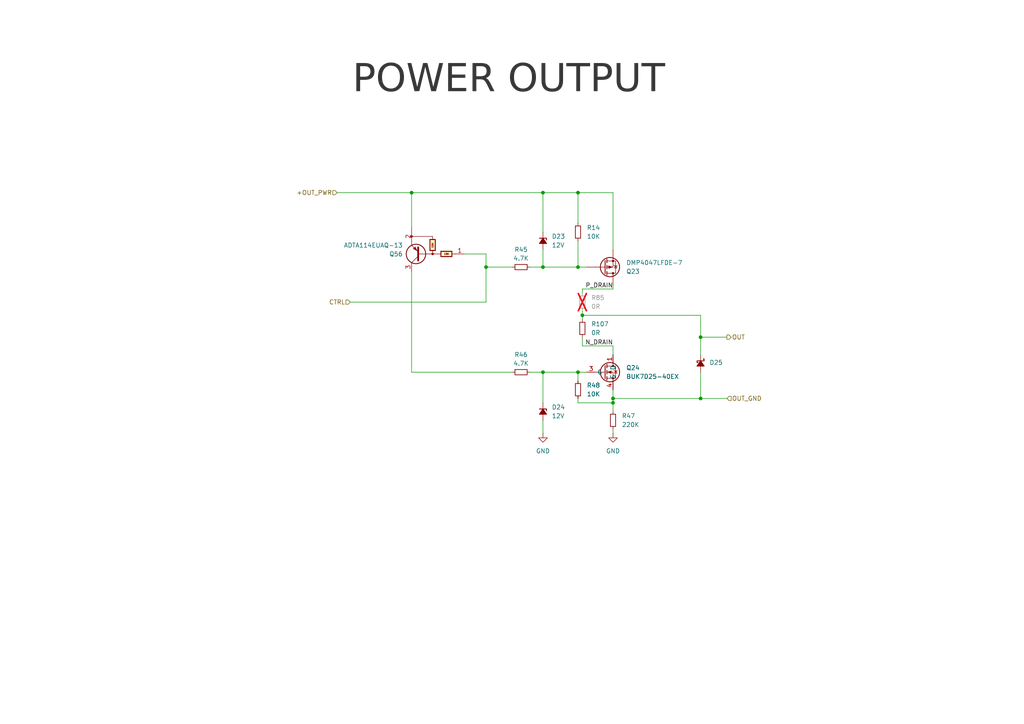
<source format=kicad_sch>
(kicad_sch (version 20250114) (generator "eeschema") (generator_version "9.0")
  (paper "A4")
  (title_block (title "Control Unit 2") (date "2024-12-09") (rev "1") (comment 1 "POWER OUTPUT"))
  (lib_symbols
    (symbol "Device:D_Schottky_Small_Filled" (pin_numbers (hide yes)) (pin_names (offset 0.254) (hide yes))
      (property "Reference" "D" (at -1.27 2.032 0))
      (property "Value" "D_Schottky_Small_Filled" (at -7.112 -2.032 0))
      (symbol "D_Schottky_Small_Filled_0_1"
        (polyline (pts (xy -1.27 0.762) (xy -1.27 1.016) (xy -0.762 1.016) (xy -0.762 -1.016) (xy -0.254 -1.016) (xy -0.254 -0.762)) (stroke (width 0.254)))
        (polyline (pts (xy -0.762 0) (xy 0.762 0)))
        (polyline (pts (xy 0.762 -1.016) (xy -0.762 0) (xy 0.762 1.016) (xy 0.762 -1.016)) (stroke (width 0.254)) (fill (type outline)))
      )
      (symbol "D_Schottky_Small_Filled_1_1"
        (pin passive line (at -2.54 0 0) (length 1.778) (name "K") (number "1"))
        (pin passive line (at 2.54 0 180) (length 1.778) (name "A") (number "2"))
      )
    )
    (symbol "Device:D_Zener_Small_Filled" (pin_numbers (hide yes)) (pin_names (offset 0.254) (hide yes))
      (property "Reference" "D" (at 0 2.286 0))
      (property "Value" "D_Zener_Small_Filled" (at 0 -2.286 0))
      (symbol "D_Zener_Small_Filled_0_1"
        (polyline (pts (xy -0.254 1.016) (xy -0.762 1.016) (xy -0.762 -1.016)) (stroke (width 0.254)))
        (polyline (pts (xy 0.762 1.016) (xy -0.762 0) (xy 0.762 -1.016) (xy 0.762 1.016)) (stroke (width 0.254)) (fill (type outline)))
        (polyline (pts (xy 0.762 0) (xy -0.762 0)))
      )
      (symbol "D_Zener_Small_Filled_1_1"
        (pin passive line (at -2.54 0 0) (length 1.778) (name "K") (number "1"))
        (pin passive line (at 2.54 0 180) (length 1.778) (name "A") (number "2"))
      )
    )
    (symbol "Device:R_Small" (pin_numbers (hide yes)) (pin_names (offset 0.254) (hide yes))
      (property "Reference" "R" (at 0.762 0.508 0))
      (property "Value" "R_Small" (at 0.762 -1.016 0))
      (symbol "R_Small_0_1"
        (rectangle (start -0.762 1.778) (end 0.762 -1.778) (stroke (width 0.2032)))
      )
      (symbol "R_Small_1_1"
        (pin passive line (at 0 2.54 270) (length 0.762) (name "~") (number "1"))
        (pin passive line (at 0 -2.54 90) (length 0.762) (name "~") (number "2"))
      )
    )
    (symbol "My_Libraries:ADTA114EUAQ-13"
      (property "Reference" "Q" (at 0 0 0))
      (property "Value" "ADTA114EUAQ-13" (at 0 0 0))
      (symbol "ADTA114EUAQ-13_0_0"
        (circle (center -6.096 0) (radius 0.2736) (stroke (width 0.1524)) (fill (type outline)))
        (circle (center 0 -5.08) (radius 0.2736) (stroke (width 0.1524)) (fill (type outline)))
        (text "10K" (at -10.16 0 0) (effects (font (size 0.508 0.508))))
      )
      (symbol "ADTA114EUAQ-13_0_1"
        (polyline (pts (xy -12.7 0) (xy -11.684 0)) (stroke (width 0.1524)))
        (rectangle (start -11.684 -0.762) (end -8.509 0.762) (stroke (width 0.3048)) (fill (type background)))
        (polyline (pts (xy -8.382 0) (xy -8.128 0) (xy -2.032 0)) (stroke (width 0.1524)))
        (rectangle (start -6.858 -1.016) (end -5.334 -4.191) (stroke (width 0.3048)) (fill (type background)))
        (polyline (pts (xy -6.096 -1.016) (xy -6.096 0)) (stroke (width 0.1524)))
        (polyline (pts (xy -6.096 -4.318) (xy -6.096 -5.08) (xy 0 -5.08)) (stroke (width 0.1524)))
        (polyline (pts (xy -1.905 1.905) (xy -1.905 -1.905) (xy -1.905 -1.905)) (stroke (width 0.508)))
        (polyline (pts (xy -1.905 0.635) (xy 0 2.54)))
        (polyline (pts (xy -1.905 -0.635) (xy 0 -2.54) (xy 0 -2.54)))
        (circle (center -1.27 0) (radius 2.8194) (stroke (width 0.254)))
        (polyline (pts (xy -0.508 -1.524) (xy -1.016 -2.032) (xy -1.524 -1.016) (xy -0.508 -1.524) (xy -0.508 -1.524)) (fill (type outline)))
      )
      (symbol "ADTA114EUAQ-13_1_1"
        (text "10K" (at -6.096 -2.54 900) (effects (font (size 0.508 0.508))))
        (pin passive line (at -15.24 0 0) (length 2.54) (name "") (number "1"))
        (pin passive line (at 0 5.08 270) (length 2.54) (name "") (number "3"))
        (pin passive line (at 0 -7.62 90) (length 5.08) (name "") (number "2"))
      )
    )
    (symbol "My_Libraries:BUK7D25-40EX"
      (property "Reference" "Q" (at 0 -7.62 0))
      (property "Value" "BUK7D25-40EX" (at 0 -12.7 0))
      (symbol "BUK7D25-40EX_0_1"
        (polyline (pts (xy -2.54 0) (xy -5.334 0)))
        (polyline (pts (xy -2.286 1.905) (xy -2.286 -1.905)) (stroke (width 0.254)))
        (polyline (pts (xy -1.778 2.286) (xy -1.778 1.27)) (stroke (width 0.254)))
        (polyline (pts (xy -1.778 0.508) (xy -1.778 -0.508)) (stroke (width 0.254)))
        (polyline (pts (xy -1.778 -1.27) (xy -1.778 -2.286)) (stroke (width 0.254)))
        (polyline (pts (xy -1.778 -1.778) (xy 0.762 -1.778) (xy 0.762 1.778) (xy -1.778 1.778)))
        (polyline (pts (xy -1.524 0) (xy -0.508 0.381) (xy -0.508 -0.381) (xy -1.524 0)) (fill (type outline)))
        (circle (center -0.889 0) (radius 2.794) (stroke (width 0.254)))
        (polyline (pts (xy 0 2.54) (xy 0 1.778)))
        (circle (center 0 1.778) (radius 0.254) (fill (type outline)))
        (circle (center 0 -1.778) (radius 0.254) (fill (type outline)))
        (polyline (pts (xy 0 -2.54) (xy 0 0) (xy -1.778 0)))
        (polyline (pts (xy 0.254 0.508) (xy 0.381 0.381) (xy 1.143 0.381) (xy 1.27 0.254)))
        (polyline (pts (xy 0.762 0.381) (xy 0.381 -0.254) (xy 1.143 -0.254) (xy 0.762 0.381)))
      )
      (symbol "BUK7D25-40EX_1_1"
        (pin passive line (at -7.62 0 0) (length 2.54) (name "G") (number "3"))
        (pin input line (at 0 5.08 270) (length 2.54) (name "D") (number "1"))
        (pin input line (at 0 5.08 270) (length 2.54) (hide yes) (name "D") (number "2"))
        (pin input line (at 0 5.08 270) (length 2.54) (hide yes) (name "D") (number "5"))
        (pin input line (at 0 5.08 270) (length 2.54) (hide yes) (name "D") (number "6"))
        (pin input line (at 0 5.08 270) (length 2.54) (hide yes) (name "D") (number "7"))
        (pin passive line (at 0 -5.08 90) (length 2.54) (name "S") (number "4"))
        (pin input line (at 0 -5.08 90) (length 2.54) (hide yes) (name "S") (number "8"))
      )
    )
    (symbol "My_Libraries:DMP4047LFDE-7" (pin_numbers (hide yes)) (pin_names (hide yes))
      (property "Reference" "Q" (at -12.7 10.16 0))
      (property "Value" "DMP4047LFDE-7" (at -12.7 10.16 0))
      (symbol "DMP4047LFDE-7_0_1"
        (polyline (pts (xy -2.286 1.905) (xy -2.286 -1.905)) (stroke (width 0.254)))
        (polyline (pts (xy -2.286 0) (xy -5.08 0)))
        (polyline (pts (xy -1.778 2.286) (xy -1.778 1.27)) (stroke (width 0.254)))
        (polyline (pts (xy -1.778 1.778) (xy 0.762 1.778) (xy 0.762 -1.778) (xy -1.778 -1.778)))
        (polyline (pts (xy -1.778 0.508) (xy -1.778 -0.508)) (stroke (width 0.254)))
        (polyline (pts (xy -1.778 -1.27) (xy -1.778 -2.286)) (stroke (width 0.254)))
        (circle (center -0.889 0) (radius 2.794) (stroke (width 0.254)))
        (polyline (pts (xy -0.254 0) (xy -1.27 0.381) (xy -1.27 -0.381) (xy -0.254 0)) (fill (type outline)))
        (polyline (pts (xy 0 2.54) (xy 0 1.778)))
        (circle (center 0 1.778) (radius 0.254) (fill (type outline)))
        (circle (center 0 -1.778) (radius 0.254) (fill (type outline)))
        (polyline (pts (xy 0 -2.54) (xy 0 0) (xy -1.778 0)))
        (polyline (pts (xy 0.254 -0.508) (xy 0.381 -0.381) (xy 1.143 -0.381) (xy 1.27 -0.254)))
        (polyline (pts (xy 0.762 -0.381) (xy 0.381 0.254) (xy 1.143 0.254) (xy 0.762 -0.381)))
      )
      (symbol "DMP4047LFDE-7_1_1"
        (pin input line (at -7.62 0 0) (length 2.54) (name "G") (number "2"))
        (pin passive line (at 0 5.08 270) (length 2.54) (name "D") (number "1"))
        (pin passive line (at 0 -5.08 90) (length 2.54) (name "S") (number "3"))
      )
    )
    (symbol "power:GND" (power) (pin_numbers (hide yes)) (pin_names (offset 0) (hide yes))
      (property "Value" "GND" (at 0 -3.81 0))
      (symbol "GND_0_1"
        (polyline (pts (xy 0 0) (xy 0 -1.27) (xy 1.27 -1.27) (xy 0 -2.54) (xy -1.27 -1.27) (xy 0 -1.27)))
      )
      (symbol "GND_1_1"
        (pin power_in line (at 0 0 270) (length 0) (name "~") (number "1"))
      )
    )
  )
  (text "POWER OUTPUT" (at 147.574 25.4 0) (effects (font (size 8 8) (thickness 0.4))))
  (junction (at 168.91 91.44))
  (junction (at 167.64 77.47))
  (junction (at 157.48 55.88))
  (junction (at 203.2 97.79))
  (junction (at 119.38 55.88))
  (junction (at 167.64 55.88))
  (junction (at 203.2 115.57))
  (junction (at 177.8 116.84))
  (junction (at 157.48 77.47))
  (junction (at 157.48 107.95))
  (junction (at 167.64 107.95))
  (junction (at 140.97 77.47))
  (junction (at 177.8 115.57))
  (wire (pts (xy 167.64 77.47) (xy 170.18 77.47)))
  (wire (pts (xy 203.2 107.95) (xy 203.2 115.57)))
  (wire (pts (xy 168.91 85.09) (xy 168.91 83.82)))
  (wire (pts (xy 119.38 66.04) (xy 119.38 55.88)))
  (wire (pts (xy 119.38 107.95) (xy 119.38 78.74)))
  (wire (pts (xy 140.97 77.47) (xy 148.59 77.47)))
  (wire (pts (xy 177.8 115.57) (xy 177.8 116.84)))
  (wire (pts (xy 97.79 55.88) (xy 119.38 55.88)))
  (wire (pts (xy 101.6 87.63) (xy 140.97 87.63)))
  (wire (pts (xy 157.48 107.95) (xy 157.48 116.84)))
  (wire (pts (xy 177.8 100.33) (xy 177.8 102.87)))
  (wire (pts (xy 167.64 69.85) (xy 167.64 77.47)))
  (wire (pts (xy 203.2 97.79) (xy 203.2 102.87)))
  (wire (pts (xy 167.64 116.84) (xy 177.8 116.84)))
  (wire (pts (xy 157.48 77.47) (xy 167.64 77.47)))
  (wire (pts (xy 157.48 55.88) (xy 157.48 67.31)))
  (wire (pts (xy 168.91 83.82) (xy 177.8 83.82)))
  (wire (pts (xy 168.91 91.44) (xy 168.91 92.71)))
  (wire (pts (xy 177.8 124.46) (xy 177.8 125.73)))
  (wire (pts (xy 140.97 73.66) (xy 140.97 77.47)))
  (wire (pts (xy 177.8 116.84) (xy 177.8 119.38)))
  (wire (pts (xy 203.2 97.79) (xy 210.82 97.79)))
  (wire (pts (xy 168.91 100.33) (xy 177.8 100.33)))
  (wire (pts (xy 167.64 115.57) (xy 167.64 116.84)))
  (wire (pts (xy 203.2 91.44) (xy 168.91 91.44)))
  (wire (pts (xy 157.48 77.47) (xy 153.67 77.47)))
  (wire (pts (xy 167.64 55.88) (xy 177.8 55.88)))
  (wire (pts (xy 134.62 73.66) (xy 140.97 73.66)))
  (wire (pts (xy 157.48 72.39) (xy 157.48 77.47)))
  (wire (pts (xy 203.2 91.44) (xy 203.2 97.79)))
  (wire (pts (xy 140.97 77.47) (xy 140.97 87.63)))
  (wire (pts (xy 203.2 115.57) (xy 210.82 115.57)))
  (wire (pts (xy 119.38 55.88) (xy 157.48 55.88)))
  (wire (pts (xy 153.67 107.95) (xy 157.48 107.95)))
  (wire (pts (xy 168.91 97.79) (xy 168.91 100.33)))
  (wire (pts (xy 177.8 113.03) (xy 177.8 115.57)))
  (wire (pts (xy 119.38 107.95) (xy 148.59 107.95)))
  (wire (pts (xy 157.48 107.95) (xy 167.64 107.95)))
  (wire (pts (xy 157.48 55.88) (xy 167.64 55.88)))
  (wire (pts (xy 167.64 107.95) (xy 167.64 110.49)))
  (wire (pts (xy 167.64 107.95) (xy 170.18 107.95)))
  (wire (pts (xy 177.8 82.55) (xy 177.8 83.82)))
  (wire (pts (xy 167.64 55.88) (xy 167.64 64.77)))
  (wire (pts (xy 168.91 90.17) (xy 168.91 91.44)))
  (wire (pts (xy 177.8 55.88) (xy 177.8 72.39)))
  (wire (pts (xy 157.48 121.92) (xy 157.48 125.73)))
  (wire (pts (xy 177.8 115.57) (xy 203.2 115.57)))
  (label "N_DRAIN" (at 177.8 100.33 180))
  (label "P_DRAIN" (at 177.8 83.82 180))
  (hierarchical_label "+OUT_PWR" (shape input) (at 97.79 55.88 180))
  (hierarchical_label "OUT_GND" (shape input) (at 210.82 115.57 0))
  (hierarchical_label "CTRL" (shape input) (at 101.6 87.63 180))
  (hierarchical_label "OUT" (shape output) (at 210.82 97.79 0))
  (symbol (lib_id "power:GND") (at 157.48 125.73 0) (unit 1)
    (property "Reference" "#PWR029" (effects (hide yes)))
    (property "Value" "GND" (at 157.48 130.81 0))
    (property "Description" "Power symbol creates a global label with name \"GND\" , ground" (effects (hide yes)))
    (instances (project "control_unit_v2_upper" (path "" (reference "#PWR0147") (unit 1)) (path "" (reference "#PWR0159") (unit 1)) (path "" (reference "#PWR0111") (unit 1)) (path "" (reference "#PWR0177") (unit 1)) (path "" (reference "#PWR0153") (unit 1)) (path "" (reference "#PWR0123") (unit 1)) (path "" (reference "#PWR029") (unit 1)) (path "" (reference "#PWR0135") (unit 1)) (path "" (reference "#PWR0165") (unit 1)) (path "" (reference "#PWR0141") (unit 1)) (path "" (reference "#PWR0195") (unit 1)) (path "" (reference "#PWR0183") (unit 1)) (path "" (reference "#PWR0117") (unit 1)) (path "" (reference "#PWR0129") (unit 1)) (path "" (reference "#PWR0171") (unit 1)) (path "" (reference "#PWR0189") (unit 1))))
  )
  (symbol (lib_id "Device:D_Zener_Small_Filled") (at 157.48 69.85 270) (unit 1)
    (property "Reference" "D2" (at 160.02 68.5799 90) (effects (justify left)))
    (property "Value" "12V" (at 160.02 71.1199 90) (effects (justify left)))
    (property "Footprint" "Diode_SMD:D_SOD-323" (effects (hide yes)))
    (property "Description" "Zener diode, small symbol, filled shape" (effects (hide yes)))
    (instances (project "control_unit_v2_upper" (path "" (reference "D23") (unit 1)) (path "" (reference "D29") (unit 1)) (path "" (reference "D5") (unit 1)) (path "" (reference "D38") (unit 1)) (path "" (reference "D26") (unit 1)) (path "" (reference "D11") (unit 1)) (path "" (reference "D2") (unit 1)) (path "" (reference "D17") (unit 1)) (path "" (reference "D32") (unit 1)) (path "" (reference "D20") (unit 1)) (path "" (reference "D47") (unit 1)) (path "" (reference "D41") (unit 1)) (path "" (reference "D8") (unit 1)) (path "" (reference "D14") (unit 1)) (path "" (reference "D35") (unit 1)) (path "" (reference "D44") (unit 1))))
  )
  (symbol (lib_id "Device:R_Small") (at 151.13 77.47 90) (unit 1)
    (property "Reference" "R1" (at 151.13 72.39 90))
    (property "Value" "4.7K" (at 151.13 74.93 90))
    (property "Footprint" "Resistor_SMD:R_0402_1005Metric" (effects (hide yes)))
    (property "Description" "Resistor, small symbol" (effects (hide yes)))
    (instances (project "control_unit_v2_upper" (path "" (reference "R45") (unit 1)) (path "" (reference "R57") (unit 1)) (path "" (reference "R9") (unit 1)) (path "" (reference "R75") (unit 1)) (path "" (reference "R51") (unit 1)) (path "" (reference "R21") (unit 1)) (path "" (reference "R1") (unit 1)) (path "" (reference "R33") (unit 1)) (path "" (reference "R63") (unit 1)) (path "" (reference "R39") (unit 1)) (path "" (reference "R93") (unit 1)) (path "" (reference "R81") (unit 1)) (path "" (reference "R15") (unit 1)) (path "" (reference "R27") (unit 1)) (path "" (reference "R69") (unit 1)) (path "" (reference "R87") (unit 1))))
  )
  (symbol (lib_id "Device:R_Small") (at 151.13 107.95 90) (unit 1)
    (property "Reference" "R2" (at 151.13 102.87 90))
    (property "Value" "4.7K" (at 151.13 105.41 90))
    (property "Footprint" "Resistor_SMD:R_0402_1005Metric" (effects (hide yes)))
    (property "Description" "Resistor, small symbol" (effects (hide yes)))
    (instances (project "control_unit_v2_upper" (path "" (reference "R46") (unit 1)) (path "" (reference "R58") (unit 1)) (path "" (reference "R10") (unit 1)) (path "" (reference "R76") (unit 1)) (path "" (reference "R52") (unit 1)) (path "" (reference "R22") (unit 1)) (path "" (reference "R2") (unit 1)) (path "" (reference "R34") (unit 1)) (path "" (reference "R64") (unit 1)) (path "" (reference "R40") (unit 1)) (path "" (reference "R94") (unit 1)) (path "" (reference "R82") (unit 1)) (path "" (reference "R16") (unit 1)) (path "" (reference "R28") (unit 1)) (path "" (reference "R70") (unit 1)) (path "" (reference "R88") (unit 1))))
  )
  (symbol (lib_id "Device:R_Small") (at 168.91 87.63 180) (unit 1) (dnp yes)
    (property "Reference" "R71" (at 171.45 86.3599 0) (effects (justify right)))
    (property "Value" "0R" (at 171.45 88.8999 0) (effects (justify right)))
    (property "Footprint" "Resistor_SMD:R_0805_2012Metric" (effects (hide yes)))
    (property "Description" "Resistor, small symbol" (effects (hide yes)))
    (instances (project "control_unit_v2_upper" (path "" (reference "R85") (unit 1)) (path "" (reference "R89") (unit 1)) (path "" (reference "R74") (unit 1)) (path "" (reference "R95") (unit 1)) (path "" (reference "R86") (unit 1)) (path "" (reference "R77") (unit 1)) (path "" (reference "R71") (unit 1)) (path "" (reference "R80") (unit 1)) (path "" (reference "R91") (unit 1)) (path "" (reference "R83") (unit 1)) (path "" (reference "R99") (unit 1)) (path "" (reference "R97") (unit 1)) (path "" (reference "R73") (unit 1)) (path "" (reference "R79") (unit 1)) (path "" (reference "R92") (unit 1)) (path "" (reference "R98") (unit 1))))
  )
  (symbol (lib_id "power:GND") (at 177.8 125.73 0) (unit 1)
    (property "Reference" "#PWR031" (effects (hide yes)))
    (property "Value" "GND" (at 177.8 130.81 0))
    (property "Description" "Power symbol creates a global label with name \"GND\" , ground" (effects (hide yes)))
    (instances (project "control_unit_v2_upper" (path "" (reference "#PWR0144") (unit 1)) (path "" (reference "#PWR0156") (unit 1)) (path "" (reference "#PWR0108") (unit 1)) (path "" (reference "#PWR0174") (unit 1)) (path "" (reference "#PWR0150") (unit 1)) (path "" (reference "#PWR0120") (unit 1)) (path "" (reference "#PWR031") (unit 1)) (path "" (reference "#PWR0132") (unit 1)) (path "" (reference "#PWR0162") (unit 1)) (path "" (reference "#PWR0138") (unit 1)) (path "" (reference "#PWR0192") (unit 1)) (path "" (reference "#PWR0180") (unit 1)) (path "" (reference "#PWR0114") (unit 1)) (path "" (reference "#PWR0126") (unit 1)) (path "" (reference "#PWR0168") (unit 1)) (path "" (reference "#PWR0186") (unit 1))))
  )
  (symbol (lib_id "Device:D_Zener_Small_Filled") (at 157.48 119.38 270) (unit 1)
    (property "Reference" "D3" (at 160.02 118.1099 90) (effects (justify left)))
    (property "Value" "12V" (at 160.02 120.6499 90) (effects (justify left)))
    (property "Footprint" "Diode_SMD:D_SOD-323" (effects (hide yes)))
    (property "Description" "Zener diode, small symbol, filled shape" (effects (hide yes)))
    (instances (project "control_unit_v2_upper" (path "" (reference "D24") (unit 1)) (path "" (reference "D30") (unit 1)) (path "" (reference "D6") (unit 1)) (path "" (reference "D39") (unit 1)) (path "" (reference "D27") (unit 1)) (path "" (reference "D12") (unit 1)) (path "" (reference "D3") (unit 1)) (path "" (reference "D18") (unit 1)) (path "" (reference "D33") (unit 1)) (path "" (reference "D21") (unit 1)) (path "" (reference "D48") (unit 1)) (path "" (reference "D42") (unit 1)) (path "" (reference "D9") (unit 1)) (path "" (reference "D15") (unit 1)) (path "" (reference "D36") (unit 1)) (path "" (reference "D45") (unit 1))))
  )
  (symbol (lib_id "Device:R_Small") (at 168.91 95.25 180) (unit 1)
    (property "Reference" "R100" (at 171.45 93.9799 0) (effects (justify right)))
    (property "Value" "0R" (at 171.45 96.5199 0) (effects (justify right)))
    (property "Footprint" "Resistor_SMD:R_0805_2012Metric" (effects (hide yes)))
    (property "Description" "Resistor, small symbol" (effects (hide yes)))
    (instances (project "control_unit_v2_upper" (path "" (reference "R107") (unit 1)) (path "" (reference "R109") (unit 1)) (path "" (reference "R102") (unit 1)) (path "" (reference "R112") (unit 1)) (path "" (reference "R108") (unit 1)) (path "" (reference "R103") (unit 1)) (path "" (reference "R100") (unit 1)) (path "" (reference "R105") (unit 1)) (path "" (reference "R110") (unit 1)) (path "" (reference "R106") (unit 1)) (path "" (reference "R115") (unit 1)) (path "" (reference "R113") (unit 1)) (path "" (reference "R101") (unit 1)) (path "" (reference "R104") (unit 1)) (path "" (reference "R111") (unit 1)) (path "" (reference "R114") (unit 1))))
  )
  (symbol (lib_id "Device:D_Schottky_Small_Filled") (at 203.2 105.41 270) (unit 1)
    (property "Reference" "D4" (at 205.74 105.1559 90) (effects (justify left)))
    (property "Footprint" "Diode_SMD:D_PowerDI-123" (effects (hide yes)))
    (property "PartID" "501" (effects (hide yes)))
    (instances (project "control_unit_v2_upper" (path "" (reference "D25") (unit 1)) (path "" (reference "D31") (unit 1)) (path "" (reference "D7") (unit 1)) (path "" (reference "D40") (unit 1)) (path "" (reference "D28") (unit 1)) (path "" (reference "D13") (unit 1)) (path "" (reference "D4") (unit 1)) (path "" (reference "D19") (unit 1)) (path "" (reference "D34") (unit 1)) (path "" (reference "D22") (unit 1)) (path "" (reference "D49") (unit 1)) (path "" (reference "D43") (unit 1)) (path "" (reference "D10") (unit 1)) (path "" (reference "D16") (unit 1)) (path "" (reference "D37") (unit 1)) (path "" (reference "D46") (unit 1))))
  )
  (symbol (lib_id "My_Libraries:BUK7D25-40EX") (at 177.8 107.95 0) (unit 1)
    (property "Reference" "Q3" (at 181.61 106.6799 0) (effects (justify left)))
    (property "Value" "BUK7D25-40EX" (at 181.61 109.2199 0) (effects (justify left)))
    (property "Footprint" "Package_DFN_QFN:Diodes_UDFN2020-6_Type-F" (effects (hide yes)))
    (instances (project "control_unit_v2_upper" (path "" (reference "Q24") (unit 1)) (path "" (reference "Q30") (unit 1)) (path "" (reference "Q6") (unit 1)) (path "" (reference "Q39") (unit 1)) (path "" (reference "Q27") (unit 1)) (path "" (reference "Q12") (unit 1)) (path "" (reference "Q3") (unit 1)) (path "" (reference "Q18") (unit 1)) (path "" (reference "Q33") (unit 1)) (path "" (reference "Q21") (unit 1)) (path "" (reference "Q48") (unit 1)) (path "" (reference "Q42") (unit 1)) (path "" (reference "Q9") (unit 1)) (path "" (reference "Q15") (unit 1)) (path "" (reference "Q36") (unit 1)) (path "" (reference "Q45") (unit 1))))
  )
  (symbol (lib_id "Device:R_Small") (at 167.64 113.03 180) (unit 1)
    (property "Reference" "R4" (at 170.18 111.7599 0) (effects (justify right)))
    (property "Value" "10K" (at 170.18 114.2999 0) (effects (justify right)))
    (property "Footprint" "Resistor_SMD:R_0402_1005Metric" (effects (hide yes)))
    (property "Description" "Resistor, small symbol" (effects (hide yes)))
    (instances (project "control_unit_v2_upper" (path "" (reference "R48") (unit 1)) (path "" (reference "R60") (unit 1)) (path "" (reference "R12") (unit 1)) (path "" (reference "R78") (unit 1)) (path "" (reference "R54") (unit 1)) (path "" (reference "R24") (unit 1)) (path "" (reference "R4") (unit 1)) (path "" (reference "R36") (unit 1)) (path "" (reference "R66") (unit 1)) (path "" (reference "R42") (unit 1)) (path "" (reference "R96") (unit 1)) (path "" (reference "R84") (unit 1)) (path "" (reference "R18") (unit 1)) (path "" (reference "R30") (unit 1)) (path "" (reference "R72") (unit 1)) (path "" (reference "R90") (unit 1))))
  )
  (symbol (lib_id "My_Libraries:DMP4047LFDE-7") (at 177.8 77.47 0) (mirror x) (unit 1)
    (property "Reference" "Q2" (at 181.61 78.7401 0) (effects (justify left)))
    (property "Value" "DMP4047LFDE-7" (at 181.61 76.2001 0) (effects (justify left)))
    (property "Footprint" "My_Footprints:Diodes_Inc_U-DFN2020-6 (Type E)" (effects (hide yes)))
    (property "Description" "P-CHANNEL MOSFET 40V 33mΩ 6Α" (effects (hide yes)))
    (instances (project "control_unit_v2_upper" (path "" (reference "Q23") (unit 1)) (path "" (reference "Q29") (unit 1)) (path "" (reference "Q5") (unit 1)) (path "" (reference "Q38") (unit 1)) (path "" (reference "Q26") (unit 1)) (path "" (reference "Q11") (unit 1)) (path "" (reference "Q2") (unit 1)) (path "" (reference "Q17") (unit 1)) (path "" (reference "Q32") (unit 1)) (path "" (reference "Q20") (unit 1)) (path "" (reference "Q47") (unit 1)) (path "" (reference "Q41") (unit 1)) (path "" (reference "Q8") (unit 1)) (path "" (reference "Q14") (unit 1)) (path "" (reference "Q35") (unit 1)) (path "" (reference "Q44") (unit 1))))
  )
  (symbol (lib_id "My_Libraries:ADTA114EUAQ-13") (at 119.38 73.66 180) (unit 1)
    (property "Reference" "Q1" (at 116.84 73.6884 0) (effects (justify left)))
    (property "Value" "ADTA114EUAQ-13" (at 116.84 71.1484 0) (effects (justify left)))
    (property "Footprint" "Package_TO_SOT_SMD:SOT-323_SC-70" (effects (hide yes)))
    (property "Datasheet" "https://www.diodes.com/assets/Datasheets/ADTA114EUAQ.pdf" (effects (hide yes)))
    (property "Description" "Digital transistor, PNP, prebiased, single, Vce=50V, Ic=100mA, 330mW, SOT-323-3, SMD" (effects (hide yes)))
    (instances (project "" (path "" (reference "Q56") (unit 1)) (path "" (reference "Q58") (unit 1)) (path "" (reference "Q51") (unit 1)) (path "" (reference "Q61") (unit 1)) (path "" (reference "Q57") (unit 1)) (path "" (reference "Q52") (unit 1)) (path "" (reference "Q1") (unit 1)) (path "" (reference "Q54") (unit 1)) (path "" (reference "Q59") (unit 1)) (path "" (reference "Q55") (unit 1)) (path "" (reference "Q64") (unit 1)) (path "" (reference "Q62") (unit 1)) (path "" (reference "Q50") (unit 1)) (path "" (reference "Q53") (unit 1)) (path "" (reference "Q60") (unit 1)) (path "" (reference "Q63") (unit 1))))
  )
  (symbol (lib_id "Device:R_Small") (at 177.8 121.92 180) (unit 1)
    (property "Reference" "R32" (at 180.34 120.6499 0) (effects (justify right)))
    (property "Value" "220K" (at 180.34 123.1899 0) (effects (justify right)))
    (property "Footprint" "Resistor_SMD:R_0402_1005Metric" (effects (hide yes)))
    (property "Description" "Resistor, small symbol" (effects (hide yes)))
    (instances (project "control_unit_v2_upper" (path "" (reference "R47") (unit 1)) (path "" (reference "R50") (unit 1)) (path "" (reference "R37") (unit 1)) (path "" (reference "R56") (unit 1)) (path "" (reference "R49") (unit 1)) (path "" (reference "R38") (unit 1)) (path "" (reference "R32") (unit 1)) (path "" (reference "R43") (unit 1)) (path "" (reference "R53") (unit 1)) (path "" (reference "R44") (unit 1)) (path "" (reference "R62") (unit 1)) (path "" (reference "R59") (unit 1)) (path "" (reference "R35") (unit 1)) (path "" (reference "R41") (unit 1)) (path "" (reference "R55") (unit 1)) (path "" (reference "R61") (unit 1))))
  )
  (symbol (lib_id "Device:R_Small") (at 167.64 67.31 180) (unit 1)
    (property "Reference" "R3" (at 170.18 66.0399 0) (effects (justify right)))
    (property "Value" "10K" (at 170.18 68.5799 0) (effects (justify right)))
    (property "Footprint" "Resistor_SMD:R_0402_1005Metric" (effects (hide yes)))
    (property "Description" "Resistor, small symbol" (effects (hide yes)))
    (instances (project "control_unit_v2_upper" (path "" (reference "R14") (unit 1)) (path "" (reference "R19") (unit 1)) (path "" (reference "R6") (unit 1)) (path "" (reference "R25") (unit 1)) (path "" (reference "R17") (unit 1)) (path "" (reference "R7") (unit 1)) (path "" (reference "R3") (unit 1)) (path "" (reference "R11") (unit 1)) (path "" (reference "R20") (unit 1)) (path "" (reference "R13") (unit 1)) (path "" (reference "R31") (unit 1)) (path "" (reference "R26") (unit 1)) (path "" (reference "R5") (unit 1)) (path "" (reference "R8") (unit 1)) (path "" (reference "R23") (unit 1)) (path "" (reference "R29") (unit 1))))
  )
)
</source>
